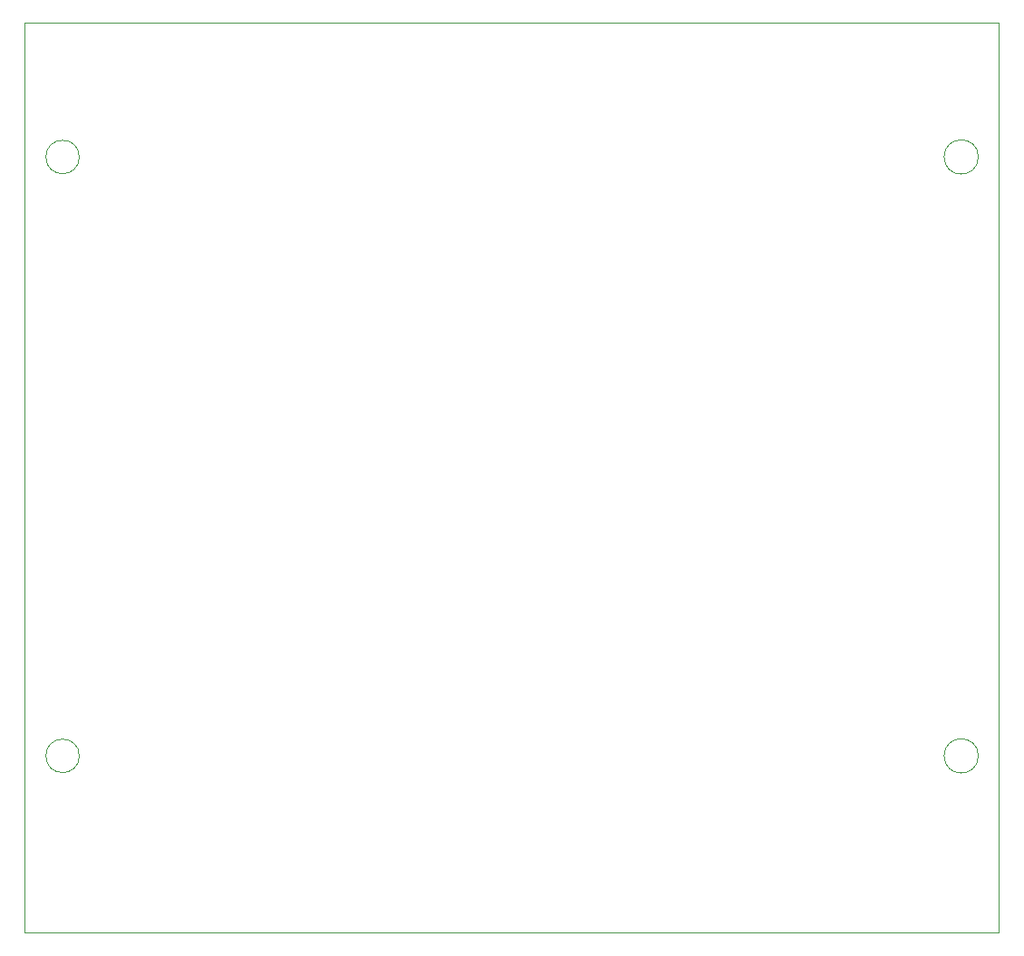
<source format=gbr>
G04 #@! TF.FileFunction,Profile,NP*
%FSLAX46Y46*%
G04 Gerber Fmt 4.6, Leading zero omitted, Abs format (unit mm)*
G04 Created by KiCad (PCBNEW 4.0.7) date Sat Jan 20 00:24:16 2018*
%MOMM*%
%LPD*%
G01*
G04 APERTURE LIST*
%ADD10C,0.100000*%
G04 APERTURE END LIST*
D10*
X5082000Y-12520000D02*
G75*
G03X5082000Y-12520000I-1562000J0D01*
G01*
X89080000Y-12520000D02*
G75*
G03X89080000Y-12520000I-1600000J0D01*
G01*
X5082000Y-68480000D02*
G75*
G03X5082000Y-68480000I-1562000J0D01*
G01*
X89080000Y-68480000D02*
G75*
G03X89080000Y-68480000I-1600000J0D01*
G01*
X91000000Y0D02*
X0Y0D01*
X91000000Y-85000000D02*
X91000000Y0D01*
X0Y-85000000D02*
X91000000Y-85000000D01*
X0Y0D02*
X0Y-85000000D01*
M02*

</source>
